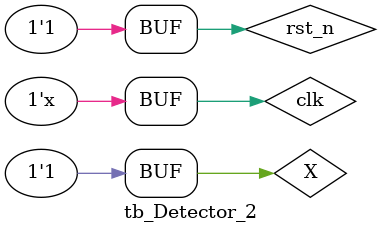
<source format=v>
`timescale 1ns / 1ps


module tb_Detector_2();

reg clk;
reg rst_n;
reg X;
wire Y;

initial begin
    clk = 0; rst_n = 0; X = 0;
    #5 rst_n = 1;
    #10 X = 1;
    #10 X = 0;
    #10 X = 0;
    #10 X = 1;
    #10 X = 0;
    #10 X = 1;
    #10 X = 0;
    #10 X = 0;
    #10 X = 1;
    #10 X = 0;
    #10 X = 0;
    #10 X = 1;
    #10 X = 1;
    #10 X = 0;
    #10 X = 1;
end

always #5 clk <= ~clk;

Detector_2 detector_2(clk, rst_n, X, Y);

endmodule

</source>
